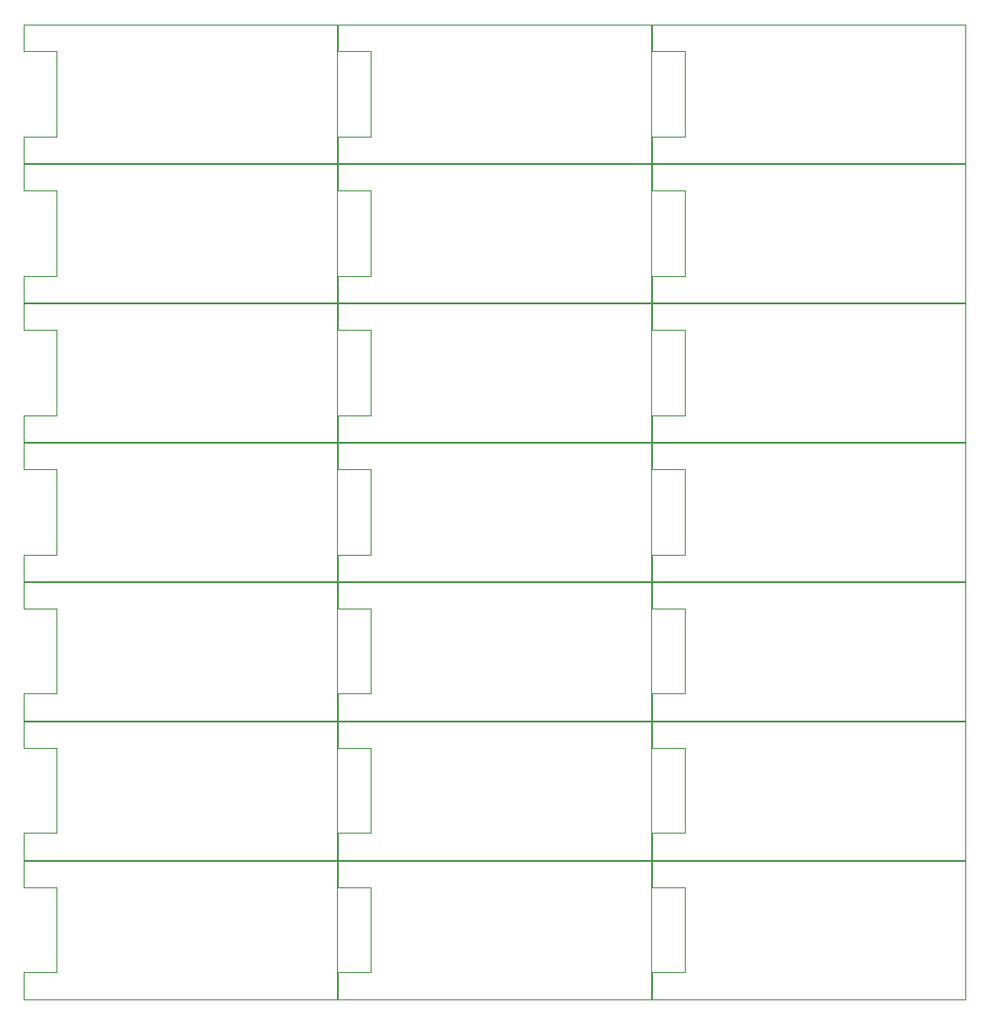
<source format=gbr>
G04 #@! TF.GenerationSoftware,KiCad,Pcbnew,5.1.2*
G04 #@! TF.CreationDate,2019-05-21T19:32:40-05:00*
G04 #@! TF.ProjectId,PlasticFrog,506c6173-7469-4634-9672-6f672e6b6963,rev?*
G04 #@! TF.SameCoordinates,Original*
G04 #@! TF.FileFunction,Profile,NP*
%FSLAX46Y46*%
G04 Gerber Fmt 4.6, Leading zero omitted, Abs format (unit mm)*
G04 Created by KiCad (PCBNEW 5.1.2) date 2019-05-21 19:32:40*
%MOMM*%
%LPD*%
G04 APERTURE LIST*
%ADD10C,0.050000*%
G04 APERTURE END LIST*
D10*
X146250000Y-64350000D02*
X146250000Y-61850000D01*
X87850000Y-61850000D02*
X117000000Y-61850000D01*
X117000000Y-74750000D02*
X87850000Y-74750000D01*
X87850000Y-64350000D02*
X87850000Y-61850000D01*
X175400000Y-74750000D02*
X146250000Y-74750000D01*
X146250000Y-74750000D02*
X146250000Y-72250000D01*
X90900000Y-64350000D02*
X87850000Y-64350000D01*
X117000000Y-61850000D02*
X117000000Y-74750000D01*
X175400000Y-61850000D02*
X175400000Y-74750000D01*
X120100000Y-72250000D02*
X120100000Y-64350000D01*
X146200000Y-74750000D02*
X117050000Y-74750000D01*
X146250000Y-61850000D02*
X175400000Y-61850000D01*
X149300000Y-64350000D02*
X146250000Y-64350000D01*
X87850000Y-74750000D02*
X87850000Y-72250000D01*
X87850000Y-72250000D02*
X90900000Y-72250000D01*
X117050000Y-72250000D02*
X120100000Y-72250000D01*
X149300000Y-72250000D02*
X149300000Y-64350000D01*
X117050000Y-64350000D02*
X117050000Y-61850000D01*
X120100000Y-64350000D02*
X117050000Y-64350000D01*
X117050000Y-61850000D02*
X146200000Y-61850000D01*
X146250000Y-72250000D02*
X149300000Y-72250000D01*
X117050000Y-74750000D02*
X117050000Y-72250000D01*
X146200000Y-61850000D02*
X146200000Y-74750000D01*
X90900000Y-72250000D02*
X90900000Y-64350000D01*
X175400000Y-61800000D02*
X146250000Y-61800000D01*
X175400000Y-48900000D02*
X175400000Y-61800000D01*
X117000000Y-61800000D02*
X87850000Y-61800000D01*
X90900000Y-51400000D02*
X87850000Y-51400000D01*
X87850000Y-61800000D02*
X87850000Y-59300000D01*
X146250000Y-59300000D02*
X149300000Y-59300000D01*
X146250000Y-61800000D02*
X146250000Y-59300000D01*
X146200000Y-61800000D02*
X117050000Y-61800000D01*
X146250000Y-48900000D02*
X175400000Y-48900000D01*
X117050000Y-51400000D02*
X117050000Y-48900000D01*
X149300000Y-59300000D02*
X149300000Y-51400000D01*
X117000000Y-48900000D02*
X117000000Y-61800000D01*
X87850000Y-59300000D02*
X90900000Y-59300000D01*
X117050000Y-48900000D02*
X146200000Y-48900000D01*
X120100000Y-59300000D02*
X120100000Y-51400000D01*
X87850000Y-51400000D02*
X87850000Y-48900000D01*
X149300000Y-51400000D02*
X146250000Y-51400000D01*
X90900000Y-59300000D02*
X90900000Y-51400000D01*
X117050000Y-59300000D02*
X120100000Y-59300000D01*
X146250000Y-51400000D02*
X146250000Y-48900000D01*
X87850000Y-48900000D02*
X117000000Y-48900000D01*
X120100000Y-51400000D02*
X117050000Y-51400000D01*
X146200000Y-48900000D02*
X146200000Y-61800000D01*
X117050000Y-61800000D02*
X117050000Y-59300000D01*
X146250000Y-124050000D02*
X149300000Y-124050000D01*
X87850000Y-129100000D02*
X87850000Y-126600000D01*
X117050000Y-113650000D02*
X146200000Y-113650000D01*
X149300000Y-137000000D02*
X149300000Y-129100000D01*
X175400000Y-139500000D02*
X146250000Y-139500000D01*
X117000000Y-126600000D02*
X117000000Y-139500000D01*
X87850000Y-126600000D02*
X117000000Y-126600000D01*
X146200000Y-126600000D02*
X146200000Y-139500000D01*
X117050000Y-139500000D02*
X117050000Y-137000000D01*
X117050000Y-126600000D02*
X146200000Y-126600000D01*
X175400000Y-113650000D02*
X175400000Y-126550000D01*
X117050000Y-124050000D02*
X120100000Y-124050000D01*
X90900000Y-137000000D02*
X90900000Y-129100000D01*
X117000000Y-126550000D02*
X87850000Y-126550000D01*
X120100000Y-129100000D02*
X117050000Y-129100000D01*
X87850000Y-124050000D02*
X90900000Y-124050000D01*
X90900000Y-116150000D02*
X87850000Y-116150000D01*
X120100000Y-116150000D02*
X117050000Y-116150000D01*
X146250000Y-139500000D02*
X146250000Y-137000000D01*
X117050000Y-129100000D02*
X117050000Y-126600000D01*
X149300000Y-124050000D02*
X149300000Y-116150000D01*
X175400000Y-126550000D02*
X146250000Y-126550000D01*
X146250000Y-129100000D02*
X146250000Y-126600000D01*
X120100000Y-137000000D02*
X120100000Y-129100000D01*
X175400000Y-126600000D02*
X175400000Y-139500000D01*
X117050000Y-137000000D02*
X120100000Y-137000000D01*
X117000000Y-113650000D02*
X117000000Y-126550000D01*
X87850000Y-113650000D02*
X117000000Y-113650000D01*
X146250000Y-126600000D02*
X175400000Y-126600000D01*
X149300000Y-129100000D02*
X146250000Y-129100000D01*
X146200000Y-126550000D02*
X117050000Y-126550000D01*
X87850000Y-116150000D02*
X87850000Y-113650000D01*
X87850000Y-137000000D02*
X90900000Y-137000000D01*
X90900000Y-129100000D02*
X87850000Y-129100000D01*
X146250000Y-116150000D02*
X146250000Y-113650000D01*
X117050000Y-126550000D02*
X117050000Y-124050000D01*
X87850000Y-139500000D02*
X87850000Y-137000000D01*
X146250000Y-113650000D02*
X175400000Y-113650000D01*
X146200000Y-113650000D02*
X146200000Y-126550000D01*
X120100000Y-124050000D02*
X120100000Y-116150000D01*
X87850000Y-126550000D02*
X87850000Y-124050000D01*
X146250000Y-126550000D02*
X146250000Y-124050000D01*
X117000000Y-139500000D02*
X87850000Y-139500000D01*
X117050000Y-116150000D02*
X117050000Y-113650000D01*
X90900000Y-124050000D02*
X90900000Y-116150000D01*
X149300000Y-116150000D02*
X146250000Y-116150000D01*
X146250000Y-137000000D02*
X149300000Y-137000000D01*
X146200000Y-139500000D02*
X117050000Y-139500000D01*
X87850000Y-77300000D02*
X87850000Y-74800000D01*
X149300000Y-85200000D02*
X149300000Y-77300000D01*
X175400000Y-87700000D02*
X146250000Y-87700000D01*
X117000000Y-74800000D02*
X117000000Y-87700000D01*
X87850000Y-74800000D02*
X117000000Y-74800000D01*
X146200000Y-74800000D02*
X146200000Y-87700000D01*
X117050000Y-87700000D02*
X117050000Y-85200000D01*
X117050000Y-74800000D02*
X146200000Y-74800000D01*
X90900000Y-85200000D02*
X90900000Y-77300000D01*
X120100000Y-77300000D02*
X117050000Y-77300000D01*
X146250000Y-87700000D02*
X146250000Y-85200000D01*
X117050000Y-77300000D02*
X117050000Y-74800000D01*
X146250000Y-77300000D02*
X146250000Y-74800000D01*
X120100000Y-85200000D02*
X120100000Y-77300000D01*
X175400000Y-74800000D02*
X175400000Y-87700000D01*
X117050000Y-85200000D02*
X120100000Y-85200000D01*
X146250000Y-74800000D02*
X175400000Y-74800000D01*
X149300000Y-77300000D02*
X146250000Y-77300000D01*
X87850000Y-85200000D02*
X90900000Y-85200000D01*
X90900000Y-77300000D02*
X87850000Y-77300000D01*
X87850000Y-87700000D02*
X87850000Y-85200000D01*
X117000000Y-87700000D02*
X87850000Y-87700000D01*
X146250000Y-85200000D02*
X149300000Y-85200000D01*
X146200000Y-87700000D02*
X117050000Y-87700000D01*
X146250000Y-111100000D02*
X149300000Y-111100000D01*
X117050000Y-100700000D02*
X146200000Y-100700000D01*
X175400000Y-100700000D02*
X175400000Y-113600000D01*
X117050000Y-111100000D02*
X120100000Y-111100000D01*
X117000000Y-113600000D02*
X87850000Y-113600000D01*
X87850000Y-111100000D02*
X90900000Y-111100000D01*
X90900000Y-103200000D02*
X87850000Y-103200000D01*
X120100000Y-103200000D02*
X117050000Y-103200000D01*
X149300000Y-111100000D02*
X149300000Y-103200000D01*
X175400000Y-113600000D02*
X146250000Y-113600000D01*
X117000000Y-100700000D02*
X117000000Y-113600000D01*
X87850000Y-100700000D02*
X117000000Y-100700000D01*
X146200000Y-113600000D02*
X117050000Y-113600000D01*
X87850000Y-103200000D02*
X87850000Y-100700000D01*
X146250000Y-103200000D02*
X146250000Y-100700000D01*
X117050000Y-113600000D02*
X117050000Y-111100000D01*
X146250000Y-100700000D02*
X175400000Y-100700000D01*
X146200000Y-100700000D02*
X146200000Y-113600000D01*
X120100000Y-111100000D02*
X120100000Y-103200000D01*
X87850000Y-113600000D02*
X87850000Y-111100000D01*
X146250000Y-113600000D02*
X146250000Y-111100000D01*
X117050000Y-103200000D02*
X117050000Y-100700000D01*
X90900000Y-111100000D02*
X90900000Y-103200000D01*
X149300000Y-103200000D02*
X146250000Y-103200000D01*
X146250000Y-87750000D02*
X175400000Y-87750000D01*
X146250000Y-98150000D02*
X149300000Y-98150000D01*
X149300000Y-90250000D02*
X146250000Y-90250000D01*
X175400000Y-100650000D02*
X146250000Y-100650000D01*
X146250000Y-100650000D02*
X146250000Y-98150000D01*
X175400000Y-87750000D02*
X175400000Y-100650000D01*
X149300000Y-98150000D02*
X149300000Y-90250000D01*
X146250000Y-90250000D02*
X146250000Y-87750000D01*
X146200000Y-100650000D02*
X117050000Y-100650000D01*
X117050000Y-98150000D02*
X120100000Y-98150000D01*
X120100000Y-90250000D02*
X117050000Y-90250000D01*
X146200000Y-87750000D02*
X146200000Y-100650000D01*
X117050000Y-87750000D02*
X146200000Y-87750000D01*
X117050000Y-90250000D02*
X117050000Y-87750000D01*
X117050000Y-100650000D02*
X117050000Y-98150000D01*
X120100000Y-98150000D02*
X120100000Y-90250000D01*
X117000000Y-87750000D02*
X117000000Y-100650000D01*
X87850000Y-87750000D02*
X117000000Y-87750000D01*
X87850000Y-90250000D02*
X87850000Y-87750000D01*
X90900000Y-90250000D02*
X87850000Y-90250000D01*
X90900000Y-98150000D02*
X90900000Y-90250000D01*
X87850000Y-98150000D02*
X90900000Y-98150000D01*
X87850000Y-100650000D02*
X87850000Y-98150000D01*
X117000000Y-100650000D02*
X87850000Y-100650000D01*
M02*

</source>
